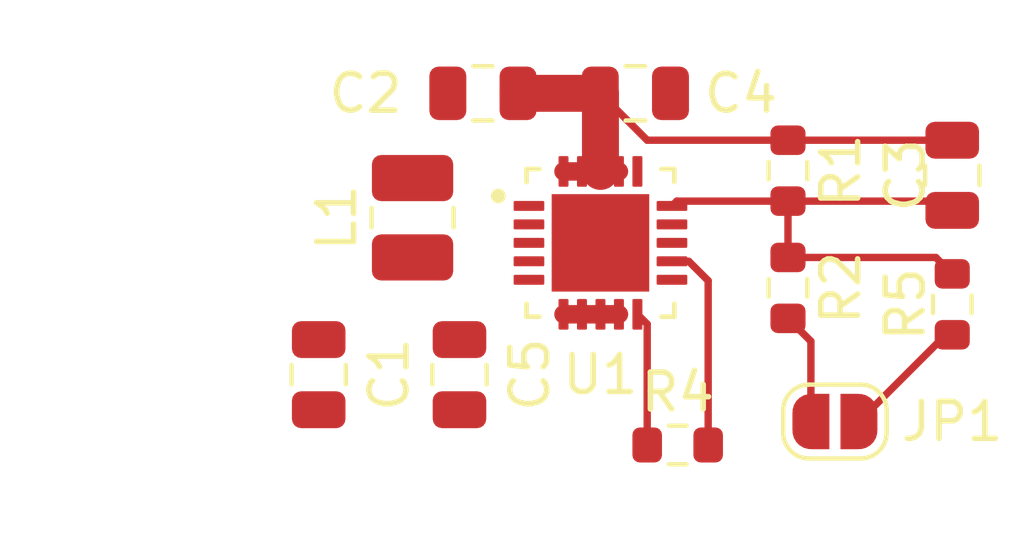
<source format=kicad_pcb>
(kicad_pcb (version 20221018) (generator pcbnew)
  (layers (0 "F.Cu" signal) (31 "B.Cu" signal) (34 "B.Paste" user) (35 "F.Paste" user) (36 "B.SilkS" user "B.Silkscreen") (37 "F.SilkS" user "F.Silkscreen") (38 "B.Mask" user) (39 "F.Mask" user) (44 "Edge.Cuts" user))
  (net 0 "")
  (net 1 "VBAT")
  (net 2 "GND")
  (net 3 "VCC_OUT")
  (net 4 "Net-(U1-FB)")
  (net 5 "{slash}5V_SEL")
  (net 6 "Net-(L1-Pad1)")
  (net 7 "Net-(L1-Pad2)")
  (net 8 "MODE")
  (net 10 "EN")
  (footprint "Capacitor_SMD:C_0805_2012Metric" (layer "F.Cu") (at 58.42 43.815 90)
    (fp_text reference "C5" (at 0 1.905 90) (layer "F.SilkS"))
    (fp_text value "10uF")
    (fp_line (start -0.261252 -0.735) (end 0.261252 -0.735) (stroke (width 0.12)) (layer "F.SilkS"))
    (fp_line (start -0.261252 0.735) (end 0.261252 0.735) (stroke (width 0.12)) (layer "F.SilkS"))
    (pad "1" smd roundrect (at -0.95 0 90) (size 1 1.45) (layers "F.Cu" "F.Paste" "F.Mask") (net 1 "VBAT"))
    (pad "2" smd roundrect (at 0.95 0 90) (size 1 1.45) (layers "F.Cu" "F.Paste" "F.Mask") (net 2 "GND"))
  )
  (footprint "Resistor_SMD:R_0603_1608Metric" (layer "F.Cu") (at 71.755 41.91 -90)
    (fp_text reference "R5" (at 0 1.27 90) (layer "F.SilkS"))
    (fp_text value "138K")
    (fp_line (start -0.237258 -0.5225) (end 0.237258 -0.5225) (stroke (width 0.12)) (layer "F.SilkS"))
    (fp_line (start -0.237258 0.5225) (end 0.237258 0.5225) (stroke (width 0.12)) (layer "F.SilkS"))
    (pad "1" smd roundrect (at -0.825 0 270) (size 0.8 0.95) (layers "F.Cu" "F.Paste" "F.Mask") (net 4 "Net-(U1-FB)"))
    (pad "2" smd roundrect (at 0.825 0 270) (size 0.8 0.95) (layers "F.Cu" "F.Paste" "F.Mask") (net 5 "{slash}5V_SEL"))
  )
  (footprint "QFN20:QFN50P400X400X90-21N" (layer "F.Cu") (at 62.235 40.245)
    (fp_text reference "U1" (at -0.005 3.57) (layer "F.SilkS"))
    (fp_text value "~")
    (fp_line (start -2 -2) (end -2 -1.65) (stroke (width 0.127)) (layer "F.SilkS"))
    (fp_line (start -2 -2) (end -1.65 -2) (stroke (width 0.127)) (layer "F.SilkS"))
    (fp_line (start -2 2) (end -2 1.65) (stroke (width 0.127)) (layer "F.SilkS"))
    (fp_line (start -2 2) (end -1.65 2) (stroke (width 0.127)) (layer "F.SilkS"))
    (fp_line (start 2 -2) (end 1.65 -2) (stroke (width 0.127)) (layer "F.SilkS"))
    (fp_line (start 2 -2) (end 2 -1.65) (stroke (width 0.127)) (layer "F.SilkS"))
    (fp_line (start 2 2) (end 1.65 2) (stroke (width 0.127)) (layer "F.SilkS"))
    (fp_line (start 2 2) (end 2 1.65) (stroke (width 0.127)) (layer "F.SilkS"))
    (fp_circle (center -2.765 -1.27) (end -2.565 -1.27) (fill solid) (layer "F.SilkS"))
    (pad "1" smd roundrect (at -1.935 -1) (size 0.83 0.27) (layers "F.Cu" "F.Paste" "F.Mask") (roundrect_rratio 0.125) (net 7 "Net-(L1-Pad2)"))
    (pad "2" smd roundrect (at -1.935 -0.5) (size 0.83 0.27) (layers "F.Cu" "F.Paste" "F.Mask") (roundrect_rratio 0.125) (net 7 "Net-(L1-Pad2)"))
    (pad "3" smd roundrect (at -1.935 0) (size 0.83 0.27) (layers "F.Cu" "F.Paste" "F.Mask") (roundrect_rratio 0.125) (net 2 "GND"))
    (pad "4" smd roundrect (at -1.935 0.5) (size 0.83 0.27) (layers "F.Cu" "F.Paste" "F.Mask") (roundrect_rratio 0.125) (net 6 "Net-(L1-Pad1)"))
    (pad "5" smd roundrect (at -1.935 1) (size 0.83 0.27) (layers "F.Cu" "F.Paste" "F.Mask") (roundrect_rratio 0.125) (net 6 "Net-(L1-Pad1)"))
    (pad "6" smd roundrect (at -1 1.935) (size 0.27 0.83) (layers "F.Cu" "F.Paste" "F.Mask") (roundrect_rratio 0.125) (net 1 "VBAT"))
    (pad "7" smd roundrect (at -0.5 1.935) (size 0.27 0.83) (layers "F.Cu" "F.Paste" "F.Mask") (roundrect_rratio 0.125) (net 1 "VBAT"))
    (pad "8" smd roundrect (at 0 1.935) (size 0.27 0.83) (layers "F.Cu" "F.Paste" "F.Mask") (roundrect_rratio 0.125) (net 1 "VBAT"))
    (pad "9" smd roundrect (at 0.5 1.935) (size 0.27 0.83) (layers "F.Cu" "F.Paste" "F.Mask") (roundrect_rratio 0.125) (net 1 "VBAT"))
    (pad "10" smd roundrect (at 1 1.935) (size 0.27 0.83) (layers "F.Cu" "F.Paste" "F.Mask") (roundrect_rratio 0.125) (net 1 "VBAT"))
    (pad "11" smd roundrect (at 1.935 1) (size 0.83 0.27) (layers "F.Cu" "F.Paste" "F.Mask") (roundrect_rratio 0.125) (net 10 "EN"))
    (pad "12" smd roundrect (at 1.935 0.5) (size 0.83 0.27) (layers "F.Cu" "F.Paste" "F.Mask") (roundrect_rratio 0.125) (net 8 "MODE"))
    (pad "13" smd roundrect (at 1.935 0) (size 0.83 0.27) (layers "F.Cu" "F.Paste" "F.Mask") (roundrect_rratio 0.125) (net 2 "GND"))
    (pad "14" smd roundrect (at 1.935 -0.5) (size 0.83 0.27) (layers "F.Cu" "F.Paste" "F.Mask") (roundrect_rratio 0.125) (net 2 "GND"))
    (pad "15" smd roundrect (at 1.935 -1) (size 0.83 0.27) (layers "F.Cu" "F.Paste" "F.Mask") (roundrect_rratio 0.125) (net 4 "Net-(U1-FB)"))
    (pad "16" smd roundrect (at 1 -1.935) (size 0.27 0.83) (layers "F.Cu" "F.Paste" "F.Mask") (roundrect_rratio 0.125))
    (pad "17" smd roundrect (at 0.5 -1.935) (size 0.27 0.83) (layers "F.Cu" "F.Paste" "F.Mask") (roundrect_rratio 0.125) (net 3 "VCC_OUT"))
    (pad "18" smd roundrect (at 0 -1.935) (size 0.27 0.83) (layers "F.Cu" "F.Paste" "F.Mask") (roundrect_rratio 0.125) (net 3 "VCC_OUT"))
    (pad "19" smd roundrect (at -0.5 -1.935) (size 0.27 0.83) (layers "F.Cu" "F.Paste" "F.Mask") (roundrect_rratio 0.125) (net 3 "VCC_OUT"))
    (pad "20" smd roundrect (at -1 -1.935) (size 0.27 0.83) (layers "F.Cu" "F.Paste" "F.Mask") (roundrect_rratio 0.125) (net 3 "VCC_OUT"))
    (pad "21" smd rect (at 0 0) (size 2.64 2.64) (layers "F.Cu" "F.Mask") (net 2 "GND"))
  )
  (footprint "Capacitor_SMD:C_0805_2012Metric" (layer "F.Cu") (at 54.61 43.815 90)
    (fp_text reference "C1" (at 0 1.905 90) (layer "F.SilkS"))
    (fp_text value "10uF")
    (fp_line (start -0.261252 -0.735) (end 0.261252 -0.735) (stroke (width 0.12)) (layer "F.SilkS"))
    (fp_line (start -0.261252 0.735) (end 0.261252 0.735) (stroke (width 0.12)) (layer "F.SilkS"))
    (pad "1" smd roundrect (at -0.95 0 90) (size 1 1.45) (layers "F.Cu" "F.Paste" "F.Mask") (net 1 "VBAT"))
    (pad "2" smd roundrect (at 0.95 0 90) (size 1 1.45) (layers "F.Cu" "F.Paste" "F.Mask") (net 2 "GND"))
  )
  (footprint "Capacitor_SMD:C_0805_2012Metric" (layer "F.Cu") (at 59.055 36.195 180)
    (fp_text reference "C2" (at 3.175 0) (layer "F.SilkS"))
    (fp_text value "22uF")
    (fp_line (start -0.261252 -0.735) (end 0.261252 -0.735) (stroke (width 0.12)) (layer "F.SilkS"))
    (fp_line (start -0.261252 0.735) (end 0.261252 0.735) (stroke (width 0.12)) (layer "F.SilkS"))
    (pad "1" smd roundrect (at -0.95 0 180) (size 1 1.45) (layers "F.Cu" "F.Paste" "F.Mask") (net 3 "VCC_OUT"))
    (pad "2" smd roundrect (at 0.95 0 180) (size 1 1.45) (layers "F.Cu" "F.Paste" "F.Mask") (net 2 "GND"))
  )
  (footprint "Jumper:SolderJumper-2_P1.3mm_Open_RoundedPad1.0x1.5mm" (layer "F.Cu") (at 68.58 45.085)
    (fp_text reference "JP1" (at 3.175 0) (layer "F.SilkS"))
    (fp_text value "Force 5V")
    (fp_line (start -1.4 0.3) (end -1.4 -0.3) (stroke (width 0.12)) (layer "F.SilkS"))
    (fp_line (start -0.7 -1) (end 0.7 -1) (stroke (width 0.12)) (layer "F.SilkS"))
    (fp_line (start 0.7 1) (end -0.7 1) (stroke (width 0.12)) (layer "F.SilkS"))
    (fp_line (start 1.4 -0.3) (end 1.4 0.3) (stroke (width 0.12)) (layer "F.SilkS"))
    (fp_arc (start -1.4 -0.3) (mid -1.194975 -0.794975) (end -0.7 -1) (stroke (width 0.12)) (layer "F.SilkS"))
    (fp_arc (start -0.7 1) (mid -1.194975 0.794975) (end -1.4 0.3) (stroke (width 0.12)) (layer "F.SilkS"))
    (fp_arc (start 0.7 -1) (mid 1.194975 -0.794975) (end 1.4 -0.3) (stroke (width 0.12)) (layer "F.SilkS"))
    (fp_arc (start 1.4 0.3) (mid 1.194975 0.794975) (end 0.7 1) (stroke (width 0.12)) (layer "F.SilkS"))
    (pad "1" smd custom (at -0.65 0) (size 1 0.5) (layers "F.Cu" "F.Mask") (net 2 "GND") (options (clearance outline) (anchor rect)) (primitives (gr_circle (center 0 0.25) (end 0.5 0.25) (width 0) (fill yes)) (gr_circle (center 0 -0.25) (end 0.5 -0.25) (width 0) (fill yes)) (gr_poly (pts (xy 0.5 0.75) (xy 0 0.75) (xy 0 -0.75) (xy 0.5 -0.75)) (width 0) (fill yes))))
    (pad "2" smd custom (at 0.65 0) (size 1 0.5) (layers "F.Cu" "F.Mask") (net 5 "{slash}5V_SEL") (options (clearance outline) (anchor rect)) (primitives (gr_circle (center 0 0.25) (end 0.5 0.25) (width 0) (fill yes)) (gr_circle (center 0 -0.25) (end 0.5 -0.25) (width 0) (fill yes)) (gr_poly (pts (xy 0 0.75) (xy -0.5 0.75) (xy -0.5 -0.75) (xy 0 -0.75)) (width 0) (fill yes))))
  )
  (footprint "Resistor_SMD:R_0603_1608Metric" (layer "F.Cu") (at 67.31 41.465 -90)
    (fp_text reference "R2" (at 0 -1.43 90) (layer "F.SilkS"))
    (fp_text value "92K")
    (fp_line (start -0.237258 -0.5225) (end 0.237258 -0.5225) (stroke (width 0.12)) (layer "F.SilkS"))
    (fp_line (start -0.237258 0.5225) (end 0.237258 0.5225) (stroke (width 0.12)) (layer "F.SilkS"))
    (pad "1" smd roundrect (at -0.825 0 270) (size 0.8 0.95) (layers "F.Cu" "F.Paste" "F.Mask") (net 4 "Net-(U1-FB)"))
    (pad "2" smd roundrect (at 0.825 0 270) (size 0.8 0.95) (layers "F.Cu" "F.Paste" "F.Mask") (net 2 "GND"))
  )
  (footprint "Capacitor_SMD:C_0805_2012Metric" (layer "F.Cu") (at 63.18 36.195)
    (fp_text reference "C4" (at 2.86 0) (layer "F.SilkS"))
    (fp_text value "22uF")
    (fp_line (start -0.261252 -0.735) (end 0.261252 -0.735) (stroke (width 0.12)) (layer "F.SilkS"))
    (fp_line (start -0.261252 0.735) (end 0.261252 0.735) (stroke (width 0.12)) (layer "F.SilkS"))
    (pad "1" smd roundrect (at -0.95 0) (size 1 1.45) (layers "F.Cu" "F.Paste" "F.Mask") (net 3 "VCC_OUT"))
    (pad "2" smd roundrect (at 0.95 0) (size 1 1.45) (layers "F.Cu" "F.Paste" "F.Mask") (net 2 "GND"))
  )
  (footprint "Resistor_SMD:R_0603_1608Metric" (layer "F.Cu") (at 64.325 45.72)
    (fp_text reference "R4" (at 0 -1.43) (layer "F.SilkS"))
    (fp_text value "92K")
    (fp_line (start -0.237258 -0.5225) (end 0.237258 -0.5225) (stroke (width 0.12)) (layer "F.SilkS"))
    (fp_line (start -0.237258 0.5225) (end 0.237258 0.5225) (stroke (width 0.12)) (layer "F.SilkS"))
    (pad "1" smd roundrect (at -0.825 0) (size 0.8 0.95) (layers "F.Cu" "F.Paste" "F.Mask") (net 1 "VBAT"))
    (pad "2" smd roundrect (at 0.825 0) (size 0.8 0.95) (layers "F.Cu" "F.Paste" "F.Mask") (net 8 "MODE"))
  )
  (footprint "Resistor_SMD:R_0603_1608Metric" (layer "F.Cu") (at 67.31 38.29 -90)
    (fp_text reference "R1" (at 0 -1.43 90) (layer "F.SilkS"))
    (fp_text value "291K")
    (fp_line (start -0.237258 -0.5225) (end 0.237258 -0.5225) (stroke (width 0.12)) (layer "F.SilkS"))
    (fp_line (start -0.237258 0.5225) (end 0.237258 0.5225) (stroke (width 0.12)) (layer "F.SilkS"))
    (pad "1" smd roundrect (at -0.825 0 270) (size 0.8 0.95) (layers "F.Cu" "F.Paste" "F.Mask") (net 3 "VCC_OUT"))
    (pad "2" smd roundrect (at 0.825 0 270) (size 0.8 0.95) (layers "F.Cu" "F.Paste" "F.Mask") (net 4 "Net-(U1-FB)"))
  )
  (footprint "Inductor_SMD:L_1008_2520Metric" (layer "F.Cu") (at 57.15 39.565 90)
    (fp_text reference "L1" (at 0 -2.05 90) (layer "F.SilkS"))
    (fp_text value "1uH")
    (fp_line (start -0.261252 -1.11) (end 0.261252 -1.11) (stroke (width 0.12)) (layer "F.SilkS"))
    (fp_line (start -0.261252 1.11) (end 0.261252 1.11) (stroke (width 0.12)) (layer "F.SilkS"))
    (pad "1" smd roundrect (at -1.075 0 90) (size 1.25 2.2) (layers "F.Cu" "F.Paste" "F.Mask") (roundrect_rratio 0.2) (net 6 "Net-(L1-Pad1)"))
    (pad "2" smd roundrect (at 1.075 0 90) (size 1.25 2.2) (layers "F.Cu" "F.Paste" "F.Mask") (roundrect_rratio 0.2) (net 7 "Net-(L1-Pad2)"))
  )
  (footprint "Capacitor_SMD:C_0805_2012Metric" (layer "F.Cu") (at 71.755 38.415 -90)
    (fp_text reference "C3" (at 0 1.27 90) (layer "F.SilkS"))
    (fp_text value "200pF")
    (fp_line (start -0.261252 -0.735) (end 0.261252 -0.735) (stroke (width 0.12)) (layer "F.SilkS"))
    (fp_line (start -0.261252 0.735) (end 0.261252 0.735) (stroke (width 0.12)) (layer "F.SilkS"))
    (pad "1" smd roundrect (at -0.95 0 270) (size 1 1.45) (layers "F.Cu" "F.Paste" "F.Mask") (net 3 "VCC_OUT"))
    (pad "2" smd roundrect (at 0.95 0 270) (size 1 1.45) (layers "F.Cu" "F.Paste" "F.Mask") (net 4 "Net-(U1-FB)"))
  )
  (segment (start 62.735 42.18) (end 61.235 42.18) (width 0.5) (layer "F.Cu") (net 1))
  (segment (start 63.5 42.445) (end 63.235 42.18) (width 0.2) (layer "F.Cu") (net 1))
  (segment (start 63.5 45.72) (end 63.5 42.445) (width 0.2) (layer "F.Cu") (net 1))
  (segment (start 67.93 45.085) (end 67.93 42.91) (width 0.2) (layer "F.Cu") (net 2))
  (segment (start 67.93 42.91) (end 67.31 42.29) (width 0.2) (layer "F.Cu") (net 2))
  (segment (start 67.31 37.465) (end 63.5 37.465) (width 0.2) (layer "F.Cu") (net 3))
  (segment (start 62.235 36.2) (end 62.23 36.195) (width 0.2) (layer "F.Cu") (net 3))
  (segment (start 60.005 36.195) (end 62.23 36.195) (width 1) (layer "F.Cu") (net 3))
  (segment (start 67.31 37.465) (end 71.755 37.465) (width 0.2) (layer "F.Cu") (net 3))
  (segment (start 63.5 37.465) (end 62.23 36.195) (width 0.2) (layer "F.Cu") (net 3))
  (segment (start 61.735 38.31) (end 61.235 38.31) (width 0.5) (layer "F.Cu") (net 3))
  (segment (start 61.735 38.31) (end 62.735 38.31) (width 0.5) (layer "F.Cu") (net 3))
  (segment (start 62.235 38.31) (end 62.235 36.2) (width 1) (layer "F.Cu") (net 3))
  (segment (start 67.31 39.115) (end 71.505 39.115) (width 0.2) (layer "F.Cu") (net 4))
  (segment (start 67.31 40.64) (end 71.31 40.64) (width 0.2) (layer "F.Cu") (net 4))
  (segment (start 71.31 40.64) (end 71.755 41.085) (width 0.2) (layer "F.Cu") (net 4))
  (segment (start 67.31 39.115) (end 67.31 40.64) (width 0.2) (layer "F.Cu") (net 4))
  (segment (start 67.31 39.115) (end 64.3 39.115) (width 0.2) (layer "F.Cu") (net 4))
  (segment (start 71.505 39.115) (end 71.755 39.365) (width 0.2) (layer "F.Cu") (net 4))
  (segment (start 64.3 39.115) (end 64.17 39.245) (width 0.2) (layer "F.Cu") (net 4))
  (segment (start 71.58 42.735) (end 71.755 42.735) (width 0.2) (layer "F.Cu") (net 5))
  (segment (start 69.23 45.085) (end 71.58 42.735) (width 0.2) (layer "F.Cu") (net 5))
  (segment (start 65.15 41.269572) (end 65.15 45.72) (width 0.2) (layer "F.Cu") (net 8))
  (segment (start 64.17 40.745) (end 64.625428 40.745) (width 0.2) (layer "F.Cu") (net 8))
  (segment (start 64.625428 40.745) (end 65.15 41.269572) (width 0.2) (layer "F.Cu") (net 8))
)
</source>
